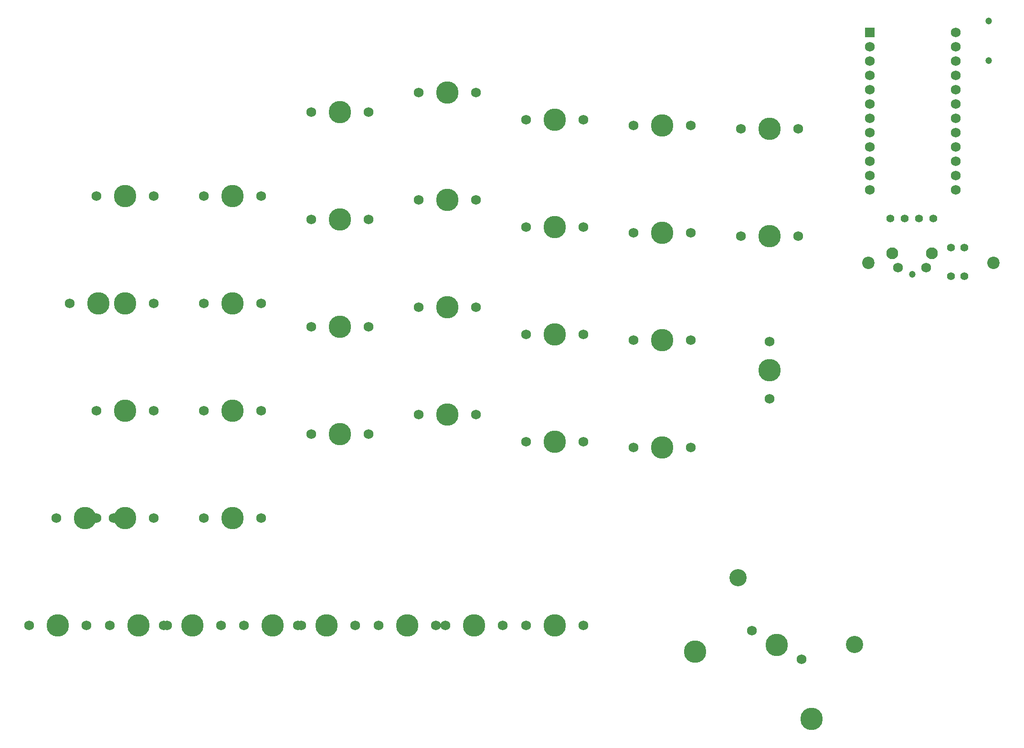
<source format=gts>
G04 #@! TF.GenerationSoftware,KiCad,Pcbnew,5.1.10*
G04 #@! TF.CreationDate,2021-08-07T14:45:58-04:00*
G04 #@! TF.ProjectId,v05_left,7630355f-6c65-4667-942e-6b696361645f,rev?*
G04 #@! TF.SameCoordinates,Original*
G04 #@! TF.FileFunction,Soldermask,Top*
G04 #@! TF.FilePolarity,Negative*
%FSLAX46Y46*%
G04 Gerber Fmt 4.6, Leading zero omitted, Abs format (unit mm)*
G04 Created by KiCad (PCBNEW 5.1.10) date 2021-08-07 14:45:58*
%MOMM*%
%LPD*%
G01*
G04 APERTURE LIST*
%ADD10C,3.987800*%
%ADD11C,1.750000*%
%ADD12C,3.048000*%
%ADD13R,1.752600X1.752600*%
%ADD14C,1.752600*%
%ADD15C,1.200000*%
%ADD16C,2.200000*%
%ADD17C,2.100000*%
%ADD18C,1.397000*%
G04 APERTURE END LIST*
D10*
X-89693750Y-115093750D03*
D11*
X-94773750Y-115093750D03*
X-84613750Y-115093750D03*
D10*
X-115887500Y-115093750D03*
D11*
X-120967500Y-115093750D03*
X-110807500Y-115093750D03*
D10*
X-139700000Y-115093750D03*
D11*
X-144780000Y-115093750D03*
X-134620000Y-115093750D03*
D10*
X-163512500Y-115093750D03*
D11*
X-168592500Y-115093750D03*
X-158432500Y-115093750D03*
D10*
X-158750000Y-96043750D03*
D11*
X-163830000Y-96043750D03*
X-153670000Y-96043750D03*
D10*
X-156368750Y-57943750D03*
D11*
X-161448750Y-57943750D03*
X-151288750Y-57943750D03*
D10*
X-36068000Y-118618000D03*
D11*
X-40467409Y-116078000D03*
X-31668591Y-121158000D03*
D12*
X-42886615Y-106615688D03*
X-22264385Y-118521938D03*
D10*
X-50506615Y-119813915D03*
X-29884385Y-131720165D03*
X-75406250Y-115093750D03*
D11*
X-80486250Y-115093750D03*
X-70326250Y-115093750D03*
D10*
X-37306250Y-46037500D03*
D11*
X-42386250Y-46037500D03*
X-32226250Y-46037500D03*
D13*
X-19526250Y-9842500D03*
D14*
X-19526250Y-12382500D03*
X-19526250Y-14922500D03*
X-19526250Y-17462500D03*
X-19526250Y-20002500D03*
X-19526250Y-22542500D03*
X-19526250Y-25082500D03*
X-19526250Y-27622500D03*
X-19526250Y-30162500D03*
X-19526250Y-32702500D03*
X-19526250Y-35242500D03*
X-4286250Y-37782500D03*
X-4286250Y-35242500D03*
X-4286250Y-32702500D03*
X-4286250Y-30162500D03*
X-4286250Y-27622500D03*
X-4286250Y-25082500D03*
X-4286250Y-22542500D03*
X-4286250Y-20002500D03*
X-4286250Y-17462500D03*
X-4286250Y-14922500D03*
X-4286250Y-12382500D03*
X-19526250Y-37782500D03*
X-4286250Y-9842500D03*
D15*
X1587500Y-14850000D03*
X1587500Y-7850000D03*
D16*
X-19750000Y-50750000D03*
X2381250Y-50800000D03*
D15*
X-12025000Y-52803750D03*
D17*
X-8525000Y-49103750D03*
D11*
X-9525000Y-51593750D03*
X-14525000Y-51593750D03*
D17*
X-15535000Y-49103750D03*
D10*
X-125412500Y-115093750D03*
D11*
X-130492500Y-115093750D03*
X-120332500Y-115093750D03*
D10*
X-113506250Y-24003000D03*
D11*
X-118586250Y-24003000D03*
X-108426250Y-24003000D03*
D10*
X-37306250Y-69850000D03*
D11*
X-37306250Y-74930000D03*
X-37306250Y-64770000D03*
D10*
X-56356250Y-45466000D03*
D11*
X-61436250Y-45466000D03*
X-51276250Y-45466000D03*
D10*
X-113506250Y-43053000D03*
D11*
X-118586250Y-43053000D03*
X-108426250Y-43053000D03*
D10*
X-56356250Y-26416000D03*
D11*
X-61436250Y-26416000D03*
X-51276250Y-26416000D03*
D18*
X-2757500Y-48086250D03*
X-2757500Y-53166250D03*
X-5138750Y-53166250D03*
X-5138750Y-48086250D03*
X-8255000Y-42862500D03*
X-10795000Y-42862500D03*
X-13335000Y-42862500D03*
X-15875000Y-42862500D03*
D10*
X-101600000Y-115093750D03*
D11*
X-106680000Y-115093750D03*
X-96520000Y-115093750D03*
D10*
X-149225000Y-115093750D03*
D11*
X-154305000Y-115093750D03*
X-144145000Y-115093750D03*
D10*
X-56356250Y-83566000D03*
D11*
X-61436250Y-83566000D03*
X-51276250Y-83566000D03*
D10*
X-75406250Y-82550000D03*
D11*
X-80486250Y-82550000D03*
X-70326250Y-82550000D03*
D10*
X-94456250Y-77680750D03*
D11*
X-99536250Y-77680750D03*
X-89376250Y-77680750D03*
D10*
X-113506250Y-81153000D03*
D11*
X-118586250Y-81153000D03*
X-108426250Y-81153000D03*
D10*
X-132556250Y-96043750D03*
D11*
X-137636250Y-96043750D03*
X-127476250Y-96043750D03*
D10*
X-151606250Y-96043750D03*
D11*
X-156686250Y-96043750D03*
X-146526250Y-96043750D03*
D10*
X-56356250Y-64516000D03*
D11*
X-61436250Y-64516000D03*
X-51276250Y-64516000D03*
D10*
X-75406250Y-63500000D03*
D11*
X-80486250Y-63500000D03*
X-70326250Y-63500000D03*
D10*
X-94456250Y-58630750D03*
D11*
X-99536250Y-58630750D03*
X-89376250Y-58630750D03*
D10*
X-113506250Y-62103000D03*
D11*
X-118586250Y-62103000D03*
X-108426250Y-62103000D03*
D10*
X-132556250Y-76993750D03*
D11*
X-137636250Y-76993750D03*
X-127476250Y-76993750D03*
D10*
X-151606250Y-76993750D03*
D11*
X-156686250Y-76993750D03*
X-146526250Y-76993750D03*
D10*
X-75406250Y-44450000D03*
D11*
X-80486250Y-44450000D03*
X-70326250Y-44450000D03*
D10*
X-94456250Y-39580750D03*
D11*
X-99536250Y-39580750D03*
X-89376250Y-39580750D03*
D10*
X-132556250Y-57943750D03*
D11*
X-137636250Y-57943750D03*
X-127476250Y-57943750D03*
D10*
X-151606250Y-57943750D03*
D11*
X-146526250Y-57943750D03*
X-156686250Y-57943750D03*
D10*
X-37306250Y-26987500D03*
D11*
X-42386250Y-26987500D03*
X-32226250Y-26987500D03*
D10*
X-75406250Y-25400000D03*
D11*
X-80486250Y-25400000D03*
X-70326250Y-25400000D03*
D10*
X-94456250Y-20530750D03*
D11*
X-99536250Y-20530750D03*
X-89376250Y-20530750D03*
D10*
X-132556250Y-38893750D03*
D11*
X-137636250Y-38893750D03*
X-127476250Y-38893750D03*
D10*
X-151606250Y-38893750D03*
D11*
X-156686250Y-38893750D03*
X-146526250Y-38893750D03*
M02*

</source>
